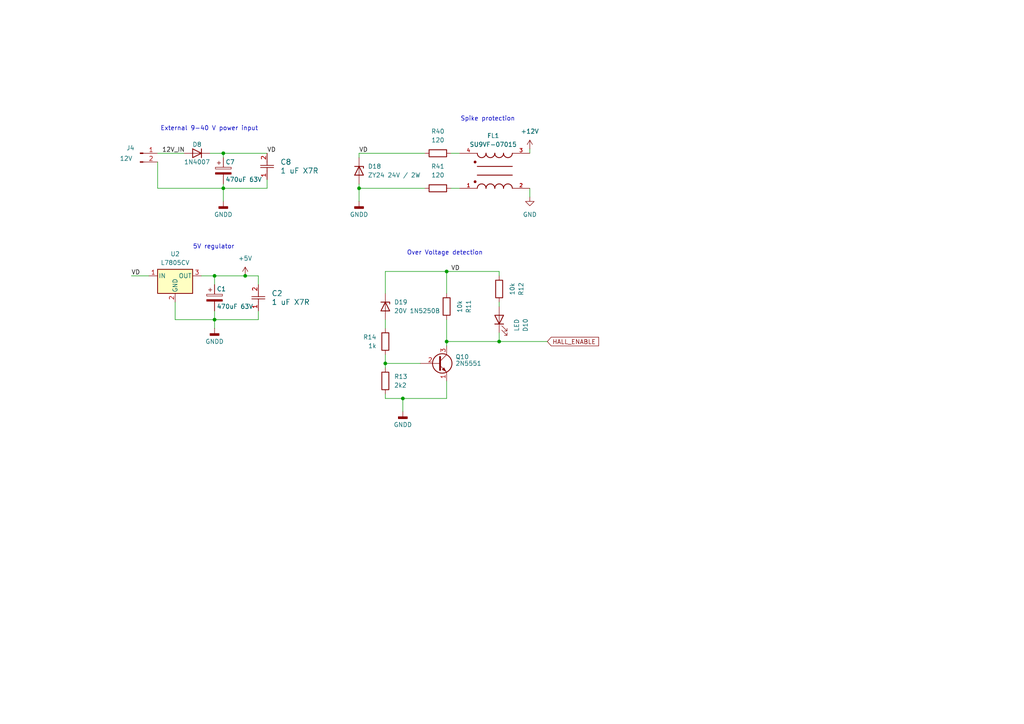
<source format=kicad_sch>
(kicad_sch (version 20231120) (generator "eeschema") (generator_version "8.0")
  (paper "A4")
  (lib_symbols
    (symbol "Components:2N5551" (pin_names (offset 0) hide)
      (property "Reference" "Q" (at 5.08 1.905 0))
      (property "Value" "2N5551" (at 5.08 0 0))
      (symbol "2N5551_0_1"
        (polyline (pts (xy 0.635 0.635) (xy 2.54 2.54)))
        (polyline (pts (xy 0.635 -0.635) (xy 2.54 -2.54) (xy 2.54 -2.54)))
        (polyline (pts (xy 0.635 1.905) (xy 0.635 -1.905) (xy 0.635 -1.905)) (stroke (width 0.508)))
        (polyline (pts (xy 1.27 -1.778) (xy 1.778 -1.27) (xy 2.286 -2.286) (xy 1.27 -1.778) (xy 1.27 -1.778)) (fill (type outline)))
        (circle (center 1.27 0) (radius 2.8194) (stroke (width 0.254)))
      )
      (symbol "2N5551_1_1"
        (pin passive line (at 2.54 -5.08 90) (length 2.54) (name "E") (number "1"))
        (pin passive line (at -5.08 0 0) (length 5.715) (name "B") (number "2"))
        (pin passive line (at 2.54 5.08 270) (length 2.54) (name "C") (number "3"))
      )
    )
    (symbol "Components:470-uF-63V-ESK477M063AL4EA" (pin_numbers hide) (pin_names (offset 0.254))
      (property "Reference" "C" (at 0.635 2.54 0))
      (property "Value" "470uF 63V" (at 0.635 -2.54 0))
      (symbol "470-uF-63V-ESK477M063AL4EA_0_1"
        (rectangle (start -2.286 0.508) (end 2.286 1.016))
        (polyline (pts (xy -1.778 2.286) (xy -0.762 2.286)))
        (polyline (pts (xy -1.27 2.794) (xy -1.27 1.778)))
        (rectangle (start 2.286 -0.508) (end -2.286 -1.016) (fill (type outline)))
      )
      (symbol "470-uF-63V-ESK477M063AL4EA_1_1"
        (pin passive line (at 0 3.81 270) (length 2.794) (name "~") (number "1"))
        (pin passive line (at 0 -3.81 90) (length 2.794) (name "~") (number "2"))
      )
    )
    (symbol "Components:C340C105K1R5TA" (pin_names (offset 0.254))
      (property "Reference" "C" (at 3.81 3.81 0))
      (property "Value" "1 uF X7R" (at 3.81 -3.81 0))
      (symbol "C340C105K1R5TA_1_1"
        (polyline (pts (xy 2.54 0) (xy 3.4798 0)) (stroke (width 0.2032)))
        (polyline (pts (xy 3.4798 -1.905) (xy 3.4798 1.905)) (stroke (width 0.2032)))
        (polyline (pts (xy 4.1148 -1.905) (xy 4.1148 1.905)) (stroke (width 0.2032)))
        (polyline (pts (xy 4.1148 0) (xy 5.08 0)) (stroke (width 0.2032)))
        (pin unspecified line (at 0 0 0) (length 2.54) (name "") (number "1"))
        (pin unspecified line (at 7.62 0 180) (length 2.54) (name "") (number "2"))
      )
      (symbol "C340C105K1R5TA_1_2"
        (polyline (pts (xy -1.905 -4.1148) (xy 1.905 -4.1148)) (stroke (width 0.2032)))
        (polyline (pts (xy -1.905 -3.4798) (xy 1.905 -3.4798)) (stroke (width 0.2032)))
        (polyline (pts (xy 0 -4.1148) (xy 0 -5.08)) (stroke (width 0.2032)))
        (polyline (pts (xy 0 -2.54) (xy 0 -3.4798)) (stroke (width 0.2032)))
        (pin unspecified line (at 0 0 270) (length 2.54) (name "") (number "1"))
        (pin unspecified line (at 0 -7.62 90) (length 2.54) (name "") (number "2"))
      )
    )
    (symbol "Components:SU9V-07010" (pin_names (offset 1.016))
      (property "Reference" "FL" (at -5.08 6.35 0))
      (property "Value" "SU9V-07010" (at -5.08 -6.35 0))
      (symbol "SU9V-07010_0_0"
        (circle (center -5.715 -3.175) (radius 0.2032) (stroke (width 0.4064)))
        (circle (center -5.715 2.54) (radius 0.2032) (stroke (width 0.4064)))
        (arc (start -5.08 5.08) (mid -3.81 3.8155) (end -2.54 5.08) (stroke (width 0.254)))
        (arc (start -2.54 -5.08) (mid -3.81 -3.8155) (end -5.08 -5.08) (stroke (width 0.254)))
        (arc (start -2.54 5.08) (mid -1.27 3.8155) (end 0 5.08) (stroke (width 0.254)))
        (arc (start 0 -5.08) (mid -1.27 -3.8155) (end -2.54 -5.08) (stroke (width 0.254)))
        (polyline (pts (xy -5.08 -1.27) (xy 5.08 -1.27)) (stroke (width 0.254)))
        (polyline (pts (xy 5.08 1.27) (xy -5.08 1.27)) (stroke (width 0.254)))
        (arc (start 0 5.08) (mid 1.27 3.8155) (end 2.54 5.08) (stroke (width 0.254)))
        (arc (start 2.54 -5.08) (mid 1.27 -3.8155) (end 0 -5.08) (stroke (width 0.254)))
        (arc (start 2.54 5.08) (mid 3.81 3.8155) (end 5.08 5.08) (stroke (width 0.254)))
        (arc (start 5.08 -5.08) (mid 3.81 -3.8155) (end 2.54 -5.08) (stroke (width 0.254)))
        (pin passive line (at -10.16 -5.08 0) (length 5.08) (name "~") (number "1"))
        (pin passive line (at 10.16 -5.08 180) (length 5.08) (name "~") (number "2"))
        (pin passive line (at 10.16 5.08 180) (length 5.08) (name "~") (number "3"))
        (pin passive line (at -10.16 5.08 0) (length 5.08) (name "~") (number "4"))
      )
    )
    (symbol "Connector:Conn_01x02_Pin" (pin_names (offset 1.016) hide)
      (property "Reference" "J" (at 0 2.54 0))
      (property "Value" "Conn_01x02_Pin" (at 0 -5.08 0))
      (symbol "Conn_01x02_Pin_1_1"
        (polyline (pts (xy 1.27 -2.54) (xy 0.8636 -2.54)) (stroke (width 0.1524)))
        (polyline (pts (xy 1.27 0) (xy 0.8636 0)) (stroke (width 0.1524)))
        (rectangle (start 0.8636 -2.413) (end 0 -2.667) (stroke (width 0.1524)) (fill (type outline)))
        (rectangle (start 0.8636 0.127) (end 0 -0.127) (stroke (width 0.1524)) (fill (type outline)))
        (pin passive line (at 5.08 0 180) (length 3.81) (name "Pin_1") (number "1"))
        (pin passive line (at 5.08 -2.54 180) (length 3.81) (name "Pin_2") (number "2"))
      )
    )
    (symbol "Device:D_Zener" (pin_numbers hide) (pin_names (offset 1.016) hide)
      (property "Reference" "D" (at 0 2.54 0))
      (property "Value" "D_Zener" (at 0 -2.54 0))
      (symbol "D_Zener_0_1"
        (polyline (pts (xy 1.27 0) (xy -1.27 0)))
        (polyline (pts (xy -1.27 -1.27) (xy -1.27 1.27) (xy -0.762 1.27)) (stroke (width 0.254)))
        (polyline (pts (xy 1.27 -1.27) (xy 1.27 1.27) (xy -1.27 0) (xy 1.27 -1.27)) (stroke (width 0.254)))
      )
      (symbol "D_Zener_1_1"
        (pin passive line (at -3.81 0 0) (length 2.54) (name "K") (number "1"))
        (pin passive line (at 3.81 0 180) (length 2.54) (name "A") (number "2"))
      )
    )
    (symbol "Device:LED" (pin_numbers hide) (pin_names (offset 1.016) hide)
      (property "Reference" "D" (at 0 2.54 0))
      (property "Value" "LED" (at 0 -2.54 0))
      (symbol "LED_0_1"
        (polyline (pts (xy -1.27 -1.27) (xy -1.27 1.27)) (stroke (width 0.254)))
        (polyline (pts (xy -1.27 0) (xy 1.27 0)))
        (polyline (pts (xy 1.27 -1.27) (xy 1.27 1.27) (xy -1.27 0) (xy 1.27 -1.27)) (stroke (width 0.254)))
        (polyline (pts (xy -3.048 -0.762) (xy -4.572 -2.286) (xy -3.81 -2.286) (xy -4.572 -2.286) (xy -4.572 -1.524)))
        (polyline (pts (xy -1.778 -0.762) (xy -3.302 -2.286) (xy -2.54 -2.286) (xy -3.302 -2.286) (xy -3.302 -1.524)))
      )
      (symbol "LED_1_1"
        (pin passive line (at -3.81 0 0) (length 2.54) (name "K") (number "1"))
        (pin passive line (at 3.81 0 180) (length 2.54) (name "A") (number "2"))
      )
    )
    (symbol "Device:R" (pin_numbers hide) (pin_names (offset 0))
      (property "Reference" "R" (at 2.032 0 90))
      (property "Value" "R" (at 0 0 90))
      (symbol "R_0_1"
        (rectangle (start -1.016 -2.54) (end 1.016 2.54) (stroke (width 0.254)))
      )
      (symbol "R_1_1"
        (pin passive line (at 0 3.81 270) (length 1.27) (name "~") (number "1"))
        (pin passive line (at 0 -3.81 90) (length 1.27) (name "~") (number "2"))
      )
    )
    (symbol "Diode:1N4007" (pin_numbers hide) (pin_names hide)
      (property "Reference" "D" (at 0 2.54 0))
      (property "Value" "1N4007" (at 0 -2.54 0))
      (symbol "1N4007_0_1"
        (polyline (pts (xy -1.27 1.27) (xy -1.27 -1.27)) (stroke (width 0.254)))
        (polyline (pts (xy 1.27 0) (xy -1.27 0)))
        (polyline (pts (xy 1.27 1.27) (xy 1.27 -1.27) (xy -1.27 0) (xy 1.27 1.27)) (stroke (width 0.254)))
      )
      (symbol "1N4007_1_1"
        (pin passive line (at -3.81 0 0) (length 2.54) (name "K") (number "1"))
        (pin passive line (at 3.81 0 180) (length 2.54) (name "A") (number "2"))
      )
    )
    (symbol "Regulator_Linear:L7805" (pin_names (offset 0.254))
      (property "Reference" "U" (at -3.81 3.175 0))
      (property "Value" "L7805" (at 0 3.175 0))
      (symbol "L7805_0_1"
        (rectangle (start -5.08 1.905) (end 5.08 -5.08) (stroke (width 0.254)) (fill (type background)))
      )
      (symbol "L7805_1_1"
        (pin power_in line (at -7.62 0 0) (length 2.54) (name "IN") (number "1"))
        (pin power_in line (at 0 -7.62 90) (length 2.54) (name "GND") (number "2"))
        (pin power_out line (at 7.62 0 180) (length 2.54) (name "OUT") (number "3"))
      )
    )
    (symbol "power:+12V" (power) (pin_numbers hide) (pin_names (offset 0) hide)
      (property "Value" "+12V" (at 0 3.556 0))
      (symbol "+12V_0_1"
        (polyline (pts (xy -0.762 1.27) (xy 0 2.54)))
        (polyline (pts (xy 0 0) (xy 0 2.54)))
        (polyline (pts (xy 0 2.54) (xy 0.762 1.27)))
      )
      (symbol "+12V_1_1"
        (pin power_in line (at 0 0 90) (length 0) (name "~") (number "1"))
      )
    )
    (symbol "power:+5V" (power) (pin_numbers hide) (pin_names (offset 0) hide)
      (property "Value" "+5V" (at 0 3.556 0))
      (symbol "+5V_0_1"
        (polyline (pts (xy -0.762 1.27) (xy 0 2.54)))
        (polyline (pts (xy 0 0) (xy 0 2.54)))
        (polyline (pts (xy 0 2.54) (xy 0.762 1.27)))
      )
      (symbol "+5V_1_1"
        (pin power_in line (at 0 0 90) (length 0) (name "~") (number "1"))
      )
    )
    (symbol "power:GND" (power) (pin_numbers hide) (pin_names (offset 0) hide)
      (property "Value" "GND" (at 0 -3.81 0))
      (symbol "GND_0_1"
        (polyline (pts (xy 0 0) (xy 0 -1.27) (xy 1.27 -1.27) (xy 0 -2.54) (xy -1.27 -1.27) (xy 0 -1.27)))
      )
      (symbol "GND_1_1"
        (pin power_in line (at 0 0 270) (length 0) (name "~") (number "1"))
      )
    )
    (symbol "power:GNDD" (power) (pin_numbers hide) (pin_names (offset 0) hide)
      (property "Value" "GNDD" (at 0 -3.175 0))
      (symbol "GNDD_0_1"
        (rectangle (start -1.27 -1.524) (end 1.27 -2.032) (stroke (width 0.254)) (fill (type outline)))
        (polyline (pts (xy 0 0) (xy 0 -1.524)))
      )
      (symbol "GNDD_1_1"
        (pin power_in line (at 0 0 270) (length 0) (name "~") (number "1"))
      )
    )
  )
  (junction (at 64.77 44.45))
  (junction (at 144.78 99.06))
  (junction (at 64.77 54.61))
  (junction (at 129.54 78.74))
  (junction (at 116.84 115.57))
  (junction (at 62.23 92.71))
  (junction (at 71.12 80.01))
  (junction (at 104.14 54.61))
  (junction (at 129.54 99.06))
  (junction (at 62.23 80.01))
  (junction (at 111.76 105.41))
  (wire (pts (xy 111.76 102.87) (xy 111.76 105.41)))
  (wire (pts (xy 62.23 92.71) (xy 50.8 92.71)))
  (wire (pts (xy 144.78 87.63) (xy 144.78 88.9)))
  (wire (pts (xy 129.54 78.74) (xy 144.78 78.74)))
  (wire (pts (xy 116.84 115.57) (xy 116.84 119.38)))
  (wire (pts (xy 62.23 80.01) (xy 71.12 80.01)))
  (wire (pts (xy 62.23 95.25) (xy 62.23 92.71)))
  (wire (pts (xy 62.23 80.01) (xy 62.23 82.55)))
  (wire (pts (xy 153.67 43.18) (xy 153.67 44.45)))
  (wire (pts (xy 58.42 80.01) (xy 62.23 80.01)))
  (wire (pts (xy 45.72 46.99) (xy 45.72 54.61)))
  (wire (pts (xy 111.76 92.71) (xy 111.76 95.25)))
  (wire (pts (xy 130.81 54.61) (xy 133.35 54.61)))
  (wire (pts (xy 45.72 54.61) (xy 64.77 54.61)))
  (wire (pts (xy 77.47 52.07) (xy 77.47 54.61)))
  (wire (pts (xy 74.93 90.17) (xy 74.93 92.71)))
  (wire (pts (xy 104.14 54.61) (xy 104.14 58.42)))
  (wire (pts (xy 130.81 44.45) (xy 133.35 44.45)))
  (wire (pts (xy 111.76 105.41) (xy 111.76 106.68)))
  (wire (pts (xy 64.77 54.61) (xy 77.47 54.61)))
  (wire (pts (xy 144.78 96.52) (xy 144.78 99.06)))
  (wire (pts (xy 116.84 115.57) (xy 129.54 115.57)))
  (wire (pts (xy 50.8 87.63) (xy 50.8 92.71)))
  (wire (pts (xy 144.78 78.74) (xy 144.78 80.01)))
  (wire (pts (xy 74.93 92.71) (xy 62.23 92.71)))
  (wire (pts (xy 64.77 44.45) (xy 77.47 44.45)))
  (wire (pts (xy 129.54 78.74) (xy 129.54 85.09)))
  (wire (pts (xy 60.96 44.45) (xy 64.77 44.45)))
  (wire (pts (xy 45.72 44.45) (xy 53.34 44.45)))
  (wire (pts (xy 104.14 45.72) (xy 104.14 44.45)))
  (wire (pts (xy 111.76 115.57) (xy 116.84 115.57)))
  (wire (pts (xy 38.1 80.01) (xy 43.18 80.01)))
  (wire (pts (xy 111.76 85.09) (xy 111.76 78.74)))
  (wire (pts (xy 153.67 54.61) (xy 153.67 57.15)))
  (wire (pts (xy 129.54 92.71) (xy 129.54 99.06)))
  (wire (pts (xy 62.23 90.17) (xy 62.23 92.71)))
  (wire (pts (xy 129.54 99.06) (xy 144.78 99.06)))
  (wire (pts (xy 71.12 80.01) (xy 74.93 80.01)))
  (wire (pts (xy 64.77 54.61) (xy 64.77 58.42)))
  (wire (pts (xy 111.76 78.74) (xy 129.54 78.74)))
  (wire (pts (xy 129.54 99.06) (xy 129.54 100.33)))
  (wire (pts (xy 64.77 45.72) (xy 64.77 44.45)))
  (wire (pts (xy 111.76 114.3) (xy 111.76 115.57)))
  (wire (pts (xy 129.54 115.57) (xy 129.54 110.49)))
  (wire (pts (xy 104.14 44.45) (xy 123.19 44.45)))
  (wire (pts (xy 121.92 105.41) (xy 111.76 105.41)))
  (wire (pts (xy 123.19 54.61) (xy 104.14 54.61)))
  (wire (pts (xy 144.78 99.06) (xy 158.75 99.06)))
  (wire (pts (xy 64.77 54.61) (xy 64.77 53.34)))
  (wire (pts (xy 74.93 80.01) (xy 74.93 82.55)))
  (wire (pts (xy 104.14 54.61) (xy 104.14 53.34)))
  (text "Over Voltage detection" (at 129.032 73.406 0) (effects (font (size 1.27 1.27))))
  (text "Spike protection" (at 141.478 34.544 0) (effects (font (size 1.27 1.27))))
  (text "External 9-40 V power input" (at 60.706 37.338 0) (effects (font (size 1.27 1.27))))
  (text "5V regulator" (at 61.976 71.628 0) (effects (font (size 1.27 1.27))))
  (label "VD" (at 104.14 44.45 0))
  (label "VD" (at 130.81 78.74 0))
  (label "12V_IN" (at 46.99 44.45 0))
  (label "VD" (at 38.1 80.01 0))
  (label "VD" (at 77.47 44.45 0))
  (global_label "HALL_ENABLE" (shape input) (at 158.75 99.06 0) (property "Intersheetrefs" "${INTERSHEET_REFS}" (effects (hide yes))))
  (symbol (lib_id "Device:R") (at 111.76 110.49 0) (unit 1)
    (property "Reference" "R13" (at 114.3 109.2199 0) (effects (justify left)))
    (property "Value" "2k2" (at 114.3 111.7599 0) (effects (justify left)))
    (property "Footprint" "Resistor_THT:R_Axial_DIN0207_L6.3mm_D2.5mm_P10.16mm_Horizontal" (effects (hide yes)))
    (property "Description" "Resistor" (effects (hide yes)))
  )
  (symbol (lib_id "Components:SU9V-07010") (at 143.51 49.53 0) (unit 1)
    (property "Reference" "FL1" (at 143.0528 39.37 0))
    (property "Value" "SU9VF-07015" (at 143.0528 41.91 0))
    (property "Footprint" "footprints:FIL_SU9V-07010" (effects (hide yes)))
    (property "Datasheet" "https://content.kemet.com/datasheets/KEM_LF0016_SU9V-9H.pdf" (effects (hide yes)))
    (property "Description" "1.5 mH @ 1 kHz 2 Common Mode Choke Through-hole 700mA" (effects (hide yes)))
    (property "PARTREV" "10/6/2023" (effects (hide yes)))
    (property "MANUFACTURER" "KEMET" (effects (hide yes)))
    (property "MAXIMUM_PACKAGE_HEIGHT" "17mm" (effects (hide yes)))
    (property "STANDARD" "IPC 7351B" (effects (hide yes)))
    (property "Digikey" "https://www.digikey.nl/short/8qzt38p9" (effects (hide yes)))
  )
  (symbol (lib_id "Device:R") (at 129.54 88.9 0) (unit 1)
    (property "Reference" "R11" (at 135.89 88.9 90))
    (property "Value" "10k" (at 133.35 88.9 90))
    (property "Footprint" "Resistor_THT:R_Axial_DIN0207_L6.3mm_D2.5mm_P10.16mm_Horizontal" (effects (hide yes)))
  )
  (symbol (lib_id "Components:470-uF-63V-ESK477M063AL4EA") (at 62.23 86.36 0) (unit 1)
    (property "Reference" "C1" (at 62.865 83.82 0) (effects (justify left)))
    (property "Value" "470uF 63V" (at 62.865 88.9 0) (effects (justify left)))
    (property "Footprint" "Capacitor_THT:CP_Radial_D10.0mm_P5.00mm" (effects (hide yes)))
    (property "Datasheet" "https://search.kemet.com/download/datasheet/ESK477M063AL4EA" (effects (hide yes)))
    (property "Description" "Polarized capacitor" (effects (hide yes)))
    (property "Digikey" "https://www.digikey.nl/short/2thtjq03" (effects (hide yes)))
  )
  (symbol (lib_id "power:GND") (at 153.67 57.15 0) (unit 1)
    (property "Reference" "#PWR05" (effects (hide yes)))
    (property "Value" "GND" (at 153.67 62.23 0))
    (property "Description" "Power symbol creates a global label with name \"GND\" , ground" (effects (hide yes)))
  )
  (symbol (lib_id "power:GNDD") (at 62.23 95.25 0) (unit 1)
    (property "Reference" "#PWR06" (effects (hide yes)))
    (property "Value" "GNDD" (at 62.23 99.06 0))
    (property "Description" "Power symbol creates a global label with name \"GNDD\" , digital ground" (effects (hide yes)))
  )
  (symbol (lib_id "Components:C340C105K1R5TA") (at 74.93 90.17 90) (unit 1)
    (property "Reference" "C2" (at 78.74 85.0899 90) (effects (font (size 1.524 1.524)) (justify right)))
    (property "Value" "1 uF X7R" (at 78.74 87.6299 90) (effects (font (size 1.524 1.524)) (justify right)))
    (property "Footprint" "footprints:CAP_C340_KEM" (effects (hide yes)))
    (property "Datasheet" "https://content.kemet.com/datasheets/KEM_C1050_GOLDMAX_X7R.pdf" (effects (hide yes)))
    (property "Description" "CAP CER 1UF 100V X7R RADIAL" (effects (hide yes)))
    (property "Digikey" "https://www.digikey.nl/short/8rv5tqqb" (effects (hide yes)))
  )
  (symbol (lib_id "Connector:Conn_01x02_Pin") (at 40.64 44.45 0) (unit 1)
    (property "Reference" "J4" (at 37.846 42.926 0))
    (property "Value" "12V" (at 36.576 45.974 0))
    (property "Footprint" "TerminalBlock_Phoenix:TerminalBlock_Phoenix_MKDS-1,5-2-5.08_1x02_P5.08mm_Horizontal" (effects (hide yes)))
    (property "Description" "Generic connector, single row, 01x02, script generated" (effects (hide yes)))
  )
  (symbol (lib_id "Device:R") (at 111.76 99.06 0) (mirror y) (unit 1)
    (property "Reference" "R14" (at 109.22 97.7899 0) (effects (justify left)))
    (property "Value" "1k" (at 109.22 100.3299 0) (effects (justify left)))
    (property "Footprint" "Resistor_THT:R_Axial_DIN0207_L6.3mm_D2.5mm_P10.16mm_Horizontal" (effects (hide yes)))
    (property "Description" "Resistor" (effects (hide yes)))
  )
  (symbol (lib_id "Components:470-uF-63V-ESK477M063AL4EA") (at 64.77 49.53 0) (unit 1)
    (property "Reference" "C7" (at 65.405 46.99 0) (effects (justify left)))
    (property "Value" "470uF 63V" (at 65.405 52.07 0) (effects (justify left)))
    (property "Footprint" "Capacitor_THT:CP_Radial_D10.0mm_P5.00mm" (effects (hide yes)))
    (property "Datasheet" "https://search.kemet.com/download/datasheet/ESK477M063AL4EA" (effects (hide yes)))
    (property "Description" "Polarized capacitor" (effects (hide yes)))
    (property "Digikey" "https://www.digikey.nl/short/2thtjq03" (effects (hide yes)))
  )
  (symbol (lib_id "power:GNDD") (at 64.77 58.42 0) (unit 1)
    (property "Reference" "#PWR03" (effects (hide yes)))
    (property "Value" "GNDD" (at 64.77 62.23 0))
    (property "Description" "Power symbol creates a global label with name \"GNDD\" , digital ground" (effects (hide yes)))
  )
  (symbol (lib_id "power:GNDD") (at 104.14 58.42 0) (unit 1)
    (property "Reference" "#PWR031" (effects (hide yes)))
    (property "Value" "GNDD" (at 104.14 62.23 0))
    (property "Description" "Power symbol creates a global label with name \"GNDD\" , digital ground" (effects (hide yes)))
  )
  (symbol (lib_id "power:+5V") (at 71.12 80.01 0) (unit 1)
    (property "Reference" "#PWR07" (effects (hide yes)))
    (property "Value" "+5V" (at 71.12 74.93 0))
    (property "Description" "Power symbol creates a global label with name \"+5V\"" (effects (hide yes)))
  )
  (symbol (lib_id "Components:C340C105K1R5TA") (at 77.47 52.07 90) (unit 1)
    (property "Reference" "C8" (at 81.28 46.9899 90) (effects (font (size 1.524 1.524)) (justify right)))
    (property "Value" "1 uF X7R" (at 81.28 49.5299 90) (effects (font (size 1.524 1.524)) (justify right)))
    (property "Footprint" "footprints:CAP_C340_KEM" (effects (hide yes)))
    (property "Datasheet" "https://content.kemet.com/datasheets/KEM_C1050_GOLDMAX_X7R.pdf" (effects (hide yes)))
    (property "Description" "CAP CER 1UF 100V X7R RADIAL" (effects (hide yes)))
    (property "Digikey" "https://www.digikey.nl/short/8rv5tqqb" (effects (hide yes)))
  )
  (symbol (lib_id "Device:D_Zener") (at 104.14 49.53 270) (unit 1)
    (property "Reference" "D18" (at 106.68 48.2599 90) (effects (justify left)))
    (property "Value" "ZY24 24V / 2W" (at 106.68 50.7999 90) (effects (justify left)))
    (property "Footprint" "Diode_THT:D_DO-41_SOD81_P10.16mm_Horizontal" (effects (hide yes)))
    (property "Datasheet" "https://diotec.com/request/datasheet/zy1.pdf" (effects (hide yes)))
    (property "Description" "Zener diode" (effects (hide yes)))
    (property "Digikey" "https://www.digikey.nl/short/zdt4nqp0" (effects (hide yes)))
  )
  (symbol (lib_id "Device:LED") (at 144.78 92.71 90) (unit 1)
    (property "Reference" "D10" (at 152.4 94.2975 0))
    (property "Value" "LED" (at 149.86 94.2975 0))
    (property "Footprint" "LED_THT:LED_D5.0mm" (effects (hide yes)))
  )
  (symbol (lib_id "Diode:1N4007") (at 57.15 44.45 0) (mirror y) (unit 1)
    (property "Reference" "D8" (at 57.15 41.91 0))
    (property "Value" "1N4007" (at 57.15 46.99 0))
    (property "Footprint" "Diode_THT:D_DO-41_SOD81_P10.16mm_Horizontal" (effects (hide yes)))
    (property "Datasheet" "http://www.vishay.com/docs/88503/1n4001.pdf" (effects (hide yes)))
    (property "Description" "1000V 1A General Purpose Rectifier Diode, DO-41" (effects (hide yes)))
    (property "Sim.Device" "D" (effects (hide yes)))
    (property "Sim.Pins" "1=K 2=A" (effects (hide yes)))
  )
  (symbol (lib_id "Device:R") (at 127 44.45 90) (unit 1)
    (property "Reference" "R40" (at 127 38.1 90))
    (property "Value" "120" (at 127 40.64 90))
    (property "Footprint" "Resistor_THT:R_Axial_DIN0414_L11.9mm_D4.5mm_P15.24mm_Horizontal" (effects (hide yes)))
    (property "Description" "Resistor" (effects (hide yes)))
  )
  (symbol (lib_id "Device:R") (at 127 54.61 90) (unit 1)
    (property "Reference" "R41" (at 127 48.26 90))
    (property "Value" "120" (at 127 50.8 90))
    (property "Footprint" "Resistor_THT:R_Axial_DIN0414_L11.9mm_D4.5mm_P15.24mm_Horizontal" (effects (hide yes)))
    (property "Description" "Resistor" (effects (hide yes)))
  )
  (symbol (lib_id "power:+12V") (at 153.67 43.18 0) (unit 1)
    (property "Reference" "#PWR04" (effects (hide yes)))
    (property "Value" "+12V" (at 153.67 38.1 0))
    (property "Description" "Power symbol creates a global label with name \"+12V\"" (effects (hide yes)))
  )
  (symbol (lib_id "Regulator_Linear:L7805") (at 50.8 80.01 0) (unit 1)
    (property "Reference" "U2" (at 50.8 73.66 0))
    (property "Value" "L7805CV" (at 50.8 76.2 0))
    (property "Footprint" "Package_TO_SOT_THT:TO-220-3_Vertical" (effects (hide yes)))
    (property "Datasheet" "http://www.st.com/content/ccc/resource/technical/document/datasheet/41/4f/b3/b0/12/d4/47/88/CD00000444.pdf/files/CD00000444.pdf/jcr:content/translations/en.CD00000444.pdf" (effects (hide yes)))
    (property "Description" "IC REG LINEAR 5V 1.5A TO220AB" (effects (hide yes)))
    (property "Digikey" "https://www.digikey.nl/short/7nprw4r0" (effects (hide yes)))
  )
  (symbol (lib_id "Device:D_Zener") (at 111.76 88.9 270) (unit 1)
    (property "Reference" "D19" (at 114.3 87.6299 90) (effects (justify left)))
    (property "Value" "20V 1N5250B" (at 114.3 90.1699 90) (effects (justify left)))
    (property "Footprint" "Diode_THT:D_DO-35_SOD27_P10.16mm_Horizontal" (effects (hide yes)))
    (property "Datasheet" "https://www.onsemi.com/pdf/datasheet/1n5221b-d.pdf" (effects (hide yes)))
    (property "Description" "Zener 20 V 500 mW ±5% Through-hole DO-35" (effects (hide yes)))
    (property "Digikey" "https://www.digikey.nl/short/qvt5f300" (effects (hide yes)))
  )
  (symbol (lib_id "Components:2N5551") (at 127 105.41 0) (unit 1)
    (property "Reference" "Q10" (at 132.08 103.505 0) (effects (justify left)))
    (property "Value" "2N5551" (at 132.08 105.41 0) (effects (justify left)))
    (property "Footprint" "Package_TO_SOT_THT:TO-92_Inline" (effects (hide yes)))
    (property "Datasheet" "https://diotec.com/request/datasheet/2n5551.pdf" (effects (hide yes)))
    (property "Description" "BJT TO92 160V 600MA NPN 0.625W" (effects (hide yes)))
    (property "Digikey" "https://www.digikey.nl/short/t592041t" (effects (hide yes)))
  )
  (symbol (lib_id "Device:R") (at 144.78 83.82 0) (unit 1)
    (property "Reference" "R12" (at 151.13 83.82 90))
    (property "Value" "10k" (at 148.59 83.82 90))
    (property "Footprint" "Resistor_THT:R_Axial_DIN0207_L6.3mm_D2.5mm_P10.16mm_Horizontal" (effects (hide yes)))
  )
  (symbol (lib_id "power:GNDD") (at 116.84 119.38 0) (unit 1)
    (property "Reference" "#PWR02" (effects (hide yes)))
    (property "Value" "GNDD" (at 116.84 123.19 0))
    (property "Description" "Power symbol creates a global label with name \"GNDD\" , digital ground" (effects (hide yes)))
  )
)
</source>
